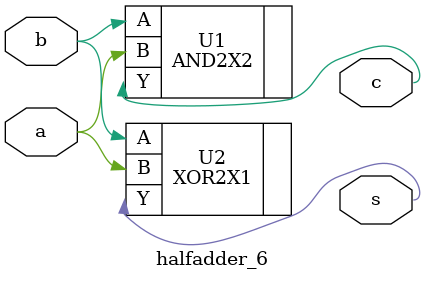
<source format=v>
module halfadder_6 ( s, c, a, b );
  input a, b;
  output s, c;


  AND2X2 U1 ( .A(b), .B(a), .Y(c) );
  XOR2X1 U2 ( .A(b), .B(a), .Y(s) );
endmodule

</source>
